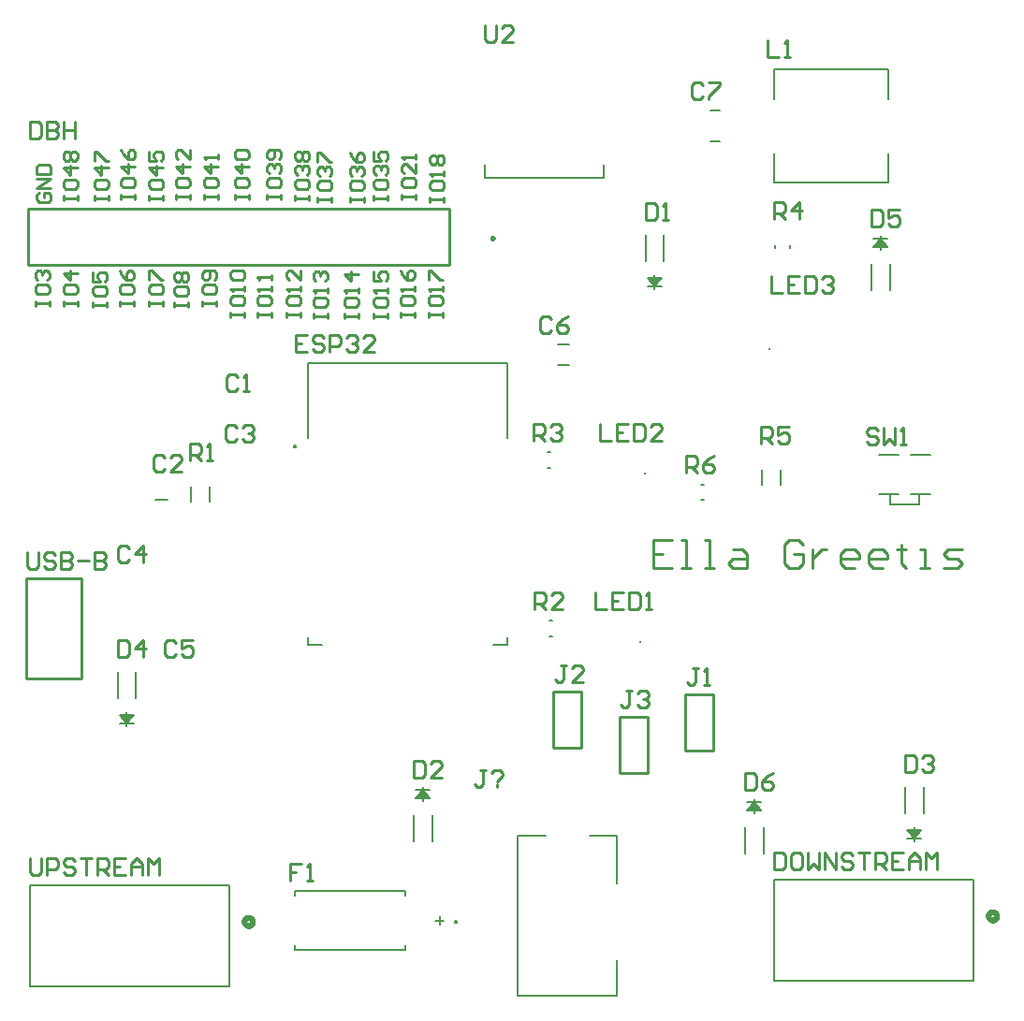
<source format=gbr>
%FSTAX23Y23*%
%MOMM*%
%SFA1B1*%

%IPPOS*%
%ADD10C,0.507999*%
%ADD11C,0.200000*%
%ADD12C,0.250000*%
%ADD13C,0.100000*%
%ADD14C,0.152400*%
%ADD15C,0.253999*%
%ADD16C,0.127000*%
%LNpcb1_legend_top-1*%
%LPD*%
G54D10*
X21336Y06985D02*
D01*
X21335Y07011*
X21332Y07038*
X21327Y07064*
X21321Y0709*
X21313Y07115*
X21303Y07139*
X21291Y07163*
X21278Y07186*
X21263Y07208*
X21246Y07229*
X21229Y07249*
X21209Y07268*
X21189Y07285*
X21168Y073*
X21145Y07314*
X21122Y07327*
X21097Y07338*
X21072Y07347*
X21047Y07354*
X21021Y0736*
X20994Y07363*
X20968Y07365*
X20941*
X20915Y07363*
X20888Y0736*
X20862Y07354*
X20837Y07347*
X20812Y07338*
X20787Y07327*
X20764Y07314*
X20741Y073*
X2072Y07285*
X207Y07268*
X2068Y07249*
X20663Y07229*
X20646Y07208*
X20631Y07186*
X20618Y07163*
X20606Y07139*
X20596Y07115*
X20588Y0709*
X20582Y07064*
X20577Y07038*
X20574Y07011*
X20574Y06985*
X20574Y06958*
X20577Y06931*
X20582Y06905*
X20588Y06879*
X20596Y06854*
X20606Y0683*
X20618Y06806*
X20631Y06783*
X20646Y06761*
X20663Y0674*
X2068Y0672*
X207Y06701*
X2072Y06684*
X20741Y06669*
X20764Y06655*
X20787Y06642*
X20812Y06631*
X20837Y06622*
X20862Y06615*
X20888Y06609*
X20915Y06606*
X20941Y06604*
X20968*
X20994Y06606*
X21021Y06609*
X21047Y06615*
X21072Y06622*
X21097Y06631*
X21122Y06642*
X21145Y06655*
X21168Y06669*
X21189Y06684*
X21209Y06701*
X21229Y0672*
X21246Y0674*
X21263Y06761*
X21278Y06783*
X21291Y06806*
X21303Y0683*
X21313Y06854*
X21321Y06879*
X21327Y06905*
X21332Y06931*
X21335Y06958*
X21336Y06985*
X88646Y07493D02*
D01*
X88645Y07519*
X88642Y07546*
X88637Y07572*
X88631Y07598*
X88623Y07623*
X88613Y07647*
X88601Y07671*
X88588Y07694*
X88573Y07716*
X88556Y07737*
X88539Y07757*
X88519Y07776*
X88499Y07793*
X88478Y07808*
X88455Y07822*
X88432Y07835*
X88407Y07846*
X88382Y07855*
X88357Y07862*
X88331Y07868*
X88304Y07871*
X88278Y07873*
X88251*
X88225Y07871*
X88198Y07868*
X88172Y07862*
X88147Y07855*
X88122Y07846*
X88097Y07835*
X88074Y07822*
X88051Y07808*
X8803Y07793*
X8801Y07776*
X8799Y07757*
X87973Y07737*
X87956Y07716*
X87941Y07694*
X87928Y07671*
X87916Y07647*
X87906Y07623*
X87898Y07598*
X87892Y07572*
X87887Y07546*
X87884Y07519*
X87884Y07493*
X87884Y07466*
X87887Y07439*
X87892Y07413*
X87898Y07387*
X87906Y07362*
X87916Y07338*
X87928Y07314*
X87941Y07291*
X87956Y07269*
X87973Y07248*
X8799Y07228*
X8801Y07209*
X8803Y07192*
X88051Y07177*
X88074Y07163*
X88097Y0715*
X88122Y07139*
X88147Y0713*
X88172Y07123*
X88198Y07117*
X88225Y07114*
X88251Y07112*
X88278*
X88304Y07114*
X88331Y07117*
X88357Y07123*
X88382Y0713*
X88407Y07139*
X88432Y0715*
X88455Y07163*
X88478Y07177*
X88499Y07192*
X88519Y07209*
X88539Y07228*
X88556Y07248*
X88573Y07269*
X88588Y07291*
X88601Y07314*
X88613Y07338*
X88623Y07362*
X88631Y07387*
X88637Y07413*
X88642Y07439*
X88645Y07466*
X88646Y07493*
G54D11*
X39784Y06985D02*
D01*
X39784Y06991*
X39784Y06998*
X39782Y07005*
X39781Y07012*
X39778Y07019*
X39776Y07025*
X39773Y07031*
X39769Y07037*
X39765Y07043*
X39761Y07049*
X39756Y07054*
X39751Y07059*
X39746Y07063*
X3974Y07067*
X39734Y07071*
X39728Y07074*
X39722Y07077*
X39715Y0708*
X39709Y07082*
X39702Y07083*
X39695Y07084*
X39688Y07084*
X39681*
X39674Y07084*
X39667Y07083*
X3966Y07082*
X39654Y0708*
X39647Y07077*
X39641Y07074*
X39634Y07071*
X39629Y07067*
X39623Y07063*
X39618Y07059*
X39613Y07054*
X39608Y07049*
X39604Y07043*
X396Y07037*
X39596Y07031*
X39593Y07025*
X39591Y07019*
X39588Y07012*
X39587Y07005*
X39585Y06998*
X39585Y06991*
X39584Y06985*
X39585Y06978*
X39585Y06971*
X39587Y06964*
X39588Y06957*
X39591Y0695*
X39593Y06944*
X39596Y06938*
X396Y06931*
X39604Y06926*
X39608Y0692*
X39613Y06915*
X39618Y0691*
X39623Y06906*
X39629Y06902*
X39634Y06898*
X39641Y06895*
X39647Y06892*
X39654Y06889*
X3966Y06887*
X39667Y06886*
X39674Y06885*
X39681Y06885*
X39688*
X39695Y06885*
X39702Y06886*
X39709Y06887*
X39715Y06889*
X39722Y06892*
X39728Y06895*
X39734Y06898*
X3974Y06902*
X39746Y06906*
X39751Y0691*
X39756Y06915*
X39761Y0692*
X39765Y06926*
X39769Y06931*
X39773Y06938*
X39776Y06944*
X39778Y0695*
X39781Y06957*
X39782Y06964*
X39784Y06971*
X39784Y06978*
X39784Y06985*
X25218Y50038D02*
D01*
X25218Y50044*
X25218Y50051*
X25216Y50058*
X25215Y50065*
X25212Y50072*
X2521Y50078*
X25207Y50084*
X25203Y5009*
X25199Y50096*
X25195Y50102*
X2519Y50107*
X25185Y50112*
X2518Y50116*
X25174Y5012*
X25168Y50124*
X25162Y50127*
X25156Y5013*
X25149Y50133*
X25143Y50135*
X25136Y50136*
X25129Y50137*
X25122Y50137*
X25115*
X25108Y50137*
X25101Y50136*
X25094Y50135*
X25088Y50133*
X25081Y5013*
X25075Y50127*
X25068Y50124*
X25063Y5012*
X25057Y50116*
X25052Y50112*
X25047Y50107*
X25042Y50102*
X25038Y50096*
X25034Y5009*
X2503Y50084*
X25027Y50078*
X25025Y50072*
X25022Y50065*
X25021Y50058*
X25019Y50051*
X25019Y50044*
X25019Y50038*
X25019Y50031*
X25019Y50024*
X25021Y50017*
X25022Y5001*
X25025Y50003*
X25027Y49997*
X2503Y49991*
X25034Y49984*
X25038Y49979*
X25042Y49973*
X25047Y49968*
X25052Y49963*
X25057Y49959*
X25063Y49955*
X25068Y49951*
X25075Y49948*
X25081Y49945*
X25088Y49942*
X25094Y4994*
X25101Y49939*
X25108Y49938*
X25115Y49938*
X25122*
X25129Y49938*
X25136Y49939*
X25143Y4994*
X25149Y49942*
X25156Y49945*
X25162Y49948*
X25168Y49951*
X25174Y49955*
X2518Y49959*
X25185Y49963*
X2519Y49968*
X25195Y49973*
X25199Y49979*
X25203Y49984*
X25207Y49991*
X2521Y49997*
X25212Y50003*
X25215Y5001*
X25216Y50017*
X25218Y50024*
X25218Y50031*
X25218Y50038*
X1253Y45212D02*
X1363D01*
X78809Y73843D02*
Y76543D01*
X68509Y73843D02*
Y76543D01*
X78809Y81443D02*
Y84143D01*
X68509Y81443D02*
Y84143D01*
Y73843D02*
X78809D01*
X68509Y84143D02*
X78809D01*
X42349Y74283D02*
Y75483D01*
Y74283D02*
X53049D01*
Y75483*
X81563Y44725D02*
Y45725D01*
X78963Y44725D02*
X81563D01*
X78963D02*
Y45725D01*
X77913Y49225D02*
X79713D01*
X80813D02*
X82613D01*
X80813Y45725D02*
X82613D01*
X77913D02*
X79713D01*
G54D12*
X43114Y68834D02*
D01*
X43114Y68842*
X43113Y68851*
X43112Y68859*
X4311Y68868*
X43107Y68876*
X43104Y68884*
X431Y68892*
X43096Y689*
X43091Y68907*
X43085Y68914*
X43079Y6892*
X43073Y68926*
X43066Y68932*
X43059Y68937*
X43052Y68942*
X43044Y68946*
X43036Y68949*
X43028Y68952*
X4302Y68955*
X43011Y68957*
X43003Y68958*
X42994Y68958*
X42985*
X42976Y68958*
X42968Y68957*
X42959Y68955*
X42951Y68952*
X42943Y68949*
X42935Y68946*
X42927Y68942*
X4292Y68937*
X42913Y68932*
X42906Y68926*
X429Y6892*
X42894Y68914*
X42888Y68907*
X42883Y689*
X42879Y68892*
X42875Y68884*
X42872Y68876*
X42869Y68868*
X42867Y68859*
X42866Y68851*
X42865Y68842*
X42864Y68834*
X42865Y68825*
X42866Y68816*
X42867Y68807*
X42869Y68799*
X42872Y68791*
X42875Y68783*
X42879Y68775*
X42883Y68767*
X42888Y6876*
X42894Y68753*
X429Y68747*
X42906Y68741*
X42913Y68735*
X4292Y6873*
X42927Y68725*
X42935Y68721*
X42943Y68718*
X42951Y68715*
X42959Y68712*
X42968Y6871*
X42976Y68709*
X42985Y68709*
X42994*
X43003Y68709*
X43011Y6871*
X4302Y68712*
X43028Y68715*
X43036Y68718*
X43044Y68721*
X43052Y68725*
X43059Y6873*
X43066Y68735*
X43073Y68741*
X43079Y68747*
X43085Y68753*
X43091Y6876*
X43096Y68767*
X431Y68775*
X43104Y68783*
X43107Y68791*
X4311Y68799*
X43112Y68807*
X43113Y68816*
X43114Y68825*
X43114Y68834*
G54D13*
X68089Y58879D02*
D01*
X68089Y58883*
X68089Y58886*
X68088Y5889*
X68088Y58893*
X68086Y58897*
X68085Y589*
X68084Y58903*
X68082Y58906*
X6808Y58909*
X68078Y58912*
X68075Y58914*
X68073Y58917*
X6807Y58919*
X68067Y58921*
X68064Y58923*
X68061Y58924*
X68058Y58926*
X68055Y58927*
X68052Y58928*
X68048Y58929*
X68045Y58929*
X68041Y58929*
X68038*
X68034Y58929*
X68031Y58929*
X68027Y58928*
X68024Y58927*
X68021Y58926*
X68018Y58924*
X68014Y58923*
X68012Y58921*
X68009Y58919*
X68006Y58917*
X68004Y58914*
X68001Y58912*
X67999Y58909*
X67997Y58906*
X67995Y58903*
X67994Y589*
X67993Y58897*
X67991Y58893*
X67991Y5889*
X6799Y58886*
X6799Y58883*
X67989Y58879*
X6799Y58876*
X6799Y58873*
X67991Y58869*
X67991Y58866*
X67993Y58862*
X67994Y58859*
X67995Y58856*
X67997Y58853*
X67999Y5885*
X68001Y58847*
X68004Y58845*
X68006Y58842*
X68009Y5884*
X68012Y58838*
X68014Y58836*
X68018Y58835*
X68021Y58833*
X68024Y58832*
X68027Y58831*
X68031Y5883*
X68034Y5883*
X68038Y5883*
X68041*
X68045Y5883*
X68048Y5883*
X68052Y58831*
X68055Y58832*
X68058Y58833*
X68061Y58835*
X68064Y58836*
X68067Y58838*
X6807Y5884*
X68073Y58842*
X68075Y58845*
X68078Y58847*
X6808Y5885*
X68082Y58853*
X68084Y58856*
X68085Y58859*
X68086Y58862*
X68088Y58866*
X68088Y58869*
X68089Y58873*
X68089Y58876*
X68089Y58879*
X56405Y32352D02*
D01*
X56405Y32356*
X56405Y32359*
X56404Y32363*
X56404Y32366*
X56402Y3237*
X56401Y32373*
X564Y32376*
X56398Y32379*
X56396Y32382*
X56394Y32385*
X56391Y32387*
X56389Y3239*
X56386Y32392*
X56383Y32394*
X5638Y32396*
X56377Y32397*
X56374Y32399*
X56371Y324*
X56368Y32401*
X56364Y32402*
X56361Y32402*
X56357Y32402*
X56354*
X5635Y32402*
X56347Y32402*
X56343Y32401*
X5634Y324*
X56337Y32399*
X56334Y32397*
X5633Y32396*
X56328Y32394*
X56325Y32392*
X56322Y3239*
X5632Y32387*
X56317Y32385*
X56315Y32382*
X56313Y32379*
X56311Y32376*
X5631Y32373*
X56309Y3237*
X56307Y32366*
X56307Y32363*
X56306Y32359*
X56306Y32356*
X56305Y32352*
X56306Y32349*
X56306Y32346*
X56307Y32342*
X56307Y32339*
X56309Y32335*
X5631Y32332*
X56311Y32329*
X56313Y32326*
X56315Y32323*
X56317Y3232*
X5632Y32318*
X56322Y32315*
X56325Y32313*
X56328Y32311*
X5633Y32309*
X56334Y32308*
X56337Y32306*
X5634Y32305*
X56343Y32304*
X56347Y32303*
X5635Y32303*
X56354Y32303*
X56357*
X56361Y32303*
X56364Y32303*
X56368Y32304*
X56371Y32305*
X56374Y32306*
X56377Y32308*
X5638Y32309*
X56383Y32311*
X56386Y32313*
X56389Y32315*
X56391Y32318*
X56394Y3232*
X56396Y32323*
X56398Y32326*
X564Y32329*
X56401Y32332*
X56402Y32335*
X56404Y32339*
X56404Y32342*
X56405Y32346*
X56405Y32349*
X56405Y32352*
X56786Y47592D02*
D01*
X56786Y47596*
X56786Y47599*
X56785Y47603*
X56785Y47606*
X56783Y4761*
X56782Y47613*
X56781Y47616*
X56779Y47619*
X56777Y47622*
X56775Y47625*
X56772Y47627*
X5677Y4763*
X56767Y47632*
X56764Y47634*
X56761Y47636*
X56758Y47637*
X56755Y47639*
X56752Y4764*
X56749Y47641*
X56745Y47642*
X56742Y47642*
X56738Y47642*
X56735*
X56731Y47642*
X56728Y47642*
X56724Y47641*
X56721Y4764*
X56718Y47639*
X56715Y47637*
X56711Y47636*
X56709Y47634*
X56706Y47632*
X56703Y4763*
X56701Y47627*
X56698Y47625*
X56696Y47622*
X56694Y47619*
X56692Y47616*
X56691Y47613*
X5669Y4761*
X56688Y47606*
X56688Y47603*
X56687Y47599*
X56687Y47596*
X56686Y47592*
X56687Y47589*
X56687Y47586*
X56688Y47582*
X56688Y47579*
X5669Y47575*
X56691Y47572*
X56692Y47569*
X56694Y47566*
X56696Y47563*
X56698Y4756*
X56701Y47558*
X56703Y47555*
X56706Y47553*
X56709Y47551*
X56711Y47549*
X56715Y47548*
X56718Y47546*
X56721Y47545*
X56724Y47544*
X56728Y47543*
X56731Y47543*
X56735Y47543*
X56738*
X56742Y47543*
X56745Y47543*
X56749Y47544*
X56752Y47545*
X56755Y47546*
X56758Y47548*
X56761Y47549*
X56764Y47551*
X56767Y47553*
X5677Y47555*
X56772Y47558*
X56775Y4756*
X56777Y47563*
X56779Y47566*
X56781Y47569*
X56782Y47572*
X56783Y47575*
X56785Y47579*
X56785Y47582*
X56786Y47586*
X56786Y47589*
X56786Y47592*
G54D14*
X25107Y0447D02*
Y04874D01*
X37858Y07112D02*
X3862D01*
X38239Y06731D02*
Y07493D01*
X25107Y09753D02*
X3509D01*
X25107Y09349D02*
Y09753D01*
Y0447D02*
X3509D01*
Y04874*
Y09349D02*
Y09753D01*
X66675Y16814D02*
Y18084D01*
X6604Y1783D02*
X6731D01*
X66675D02*
X6731Y17068D01*
X66675Y1783D02*
X67183Y17068D01*
X66675Y1783D02*
X67056Y17068D01*
X66675Y1783D02*
X66929Y17068D01*
X66675Y1783D02*
X66802Y17068D01*
X6604D02*
X66675Y1783D01*
X66167Y17068D02*
X66675Y1783D01*
X66294Y17068D02*
X66675Y1783D01*
X66421Y17068D02*
X66675Y1783D01*
X66548Y17068D02*
X66675Y1783D01*
X6604Y17068D02*
X6731D01*
X65849Y13169D02*
Y15532D01*
X675Y13169D02*
Y15532D01*
X78105Y67824D02*
Y69094D01*
X7747Y6884D02*
X7874D01*
X78105D02*
X7874Y68078D01*
X78105Y6884D02*
X78613Y68078D01*
X78105Y6884D02*
X78486Y68078D01*
X78105Y6884D02*
X78359Y68078D01*
X78105Y6884D02*
X78232Y68078D01*
X7747D02*
X78105Y6884D01*
X77597Y68078D02*
X78105Y6884D01*
X77724Y68078D02*
X78105Y6884D01*
X77851Y68078D02*
X78105Y6884D01*
X77978Y68078D02*
X78105Y6884D01*
X7747Y68078D02*
X7874D01*
X77279Y64179D02*
Y66541D01*
X7893Y64179D02*
Y66541D01*
X09906Y24714D02*
Y25984D01*
X09271Y24968D02*
X10541D01*
X09271Y2573D02*
X09906Y24968D01*
X09398Y2573D02*
X09906Y24968D01*
X09525Y2573D02*
X09906Y24968D01*
X09652Y2573D02*
X09906Y24968D01*
X09779Y2573D02*
X09906Y24968D01*
X10541Y2573*
X09906Y24968D02*
X10414Y2573D01*
X09906Y24968D02*
X10287Y2573D01*
X09906Y24968D02*
X1016Y2573D01*
X09906Y24968D02*
X10033Y2573D01*
X09271D02*
X10541D01*
X10731Y27266D02*
Y29629D01*
X0908Y27266D02*
Y29629D01*
X81153Y143D02*
Y1557D01*
X80518Y14554D02*
X81788D01*
X80518Y15316D02*
X81153Y14554D01*
X80645Y15316D02*
X81153Y14554D01*
X80772Y15316D02*
X81153Y14554D01*
X80899Y15316D02*
X81153Y14554D01*
X81026Y15316D02*
X81153Y14554D01*
X81788Y15316*
X81153Y14554D02*
X81661Y15316D01*
X81153Y14554D02*
X81534Y15316D01*
X81153Y14554D02*
X81407Y15316D01*
X81153Y14554D02*
X8128Y15316D01*
X80518D02*
X81788D01*
X81978Y16852D02*
Y19215D01*
X80327Y16852D02*
Y19215D01*
X36703Y17957D02*
Y19227D01*
X36068Y18973D02*
X37338D01*
X36703D02*
X37338Y18211D01*
X36703Y18973D02*
X37211Y18211D01*
X36703Y18973D02*
X37084Y18211D01*
X36703Y18973D02*
X36957Y18211D01*
X36703Y18973D02*
X3683Y18211D01*
X36068D02*
X36703Y18973D01*
X36195Y18211D02*
X36703Y18973D01*
X36322Y18211D02*
X36703Y18973D01*
X36449Y18211D02*
X36703Y18973D01*
X36576Y18211D02*
X36703Y18973D01*
X36068Y18211D02*
X37338D01*
X35877Y14312D02*
Y16675D01*
X37528Y14312D02*
Y16675D01*
X57658Y64211D02*
Y65481D01*
X57023Y64465D02*
X58293D01*
X57023Y65227D02*
X57658Y64465D01*
X5715Y65227D02*
X57658Y64465D01*
X57277Y65227D02*
X57658Y64465D01*
X57404Y65227D02*
X57658Y64465D01*
X57531Y65227D02*
X57658Y64465D01*
X58293Y65227*
X57658Y64465D02*
X58166Y65227D01*
X57658Y64465D02*
X58039Y65227D01*
X57658Y64465D02*
X57912Y65227D01*
X57658Y64465D02*
X57785Y65227D01*
X57023D02*
X58293D01*
X58483Y66763D02*
Y69126D01*
X56832Y66763D02*
Y69126D01*
X19177Y01143D02*
Y10287D01*
X01143Y01143D02*
X19177D01*
X01143D02*
Y10287D01*
X19177*
X86487Y01651D02*
Y10795D01*
X68453Y01651D02*
X86487D01*
X68453D02*
Y10795D01*
X86487*
G54D15*
X48514Y22733D02*
X51054D01*
X48514Y27813D02*
X51054D01*
X48514Y22733D02*
Y27813D01*
X51054Y22733D02*
Y27813D01*
X39116Y66421D02*
Y71501D01*
X01016Y66421D02*
Y71501D01*
X39116*
X01016Y66421D02*
X39116D01*
X00785Y38042D02*
X05785D01*
X00785Y29042D02*
X05785D01*
Y38042*
X00785Y29042D02*
Y38042D01*
X60452Y22479D02*
X62992D01*
X60452Y27559D02*
X62992D01*
X60452Y22479D02*
Y27559D01*
X62992Y22479D02*
Y27559D01*
X54483Y20447D02*
X57023D01*
X54483Y25527D02*
X57023D01*
X54483Y20447D02*
Y25527D01*
X57023Y20447D02*
Y25527D01*
X06985Y72263D02*
Y72686D01*
Y72474*
X08255*
Y72263*
Y72686*
X06985Y73955D02*
Y73532D01*
X07196Y7332*
X08043*
X08255Y73532*
Y73955*
X08043Y74167*
X07196*
X06985Y73955*
X08255Y75225D02*
X06985D01*
X0762Y7459*
Y75436*
X06985Y7586D02*
Y76706D01*
X07196*
X08043Y7586*
X08255*
X09398Y7239D02*
Y72813D01*
Y72601*
X10668*
Y7239*
Y72813*
X09398Y74082D02*
Y73659D01*
X09609Y73447*
X10456*
X10668Y73659*
Y74082*
X10456Y74294*
X09609*
X09398Y74082*
X10668Y75352D02*
X09398D01*
X10033Y74717*
Y75563*
X09398Y76833D02*
X09609Y7641D01*
X10033Y75987*
X10456*
X10668Y76198*
Y76621*
X10456Y76833*
X10244*
X10033Y76621*
Y75987*
X11938Y72263D02*
Y72686D01*
Y72474*
X13208*
Y72263*
Y72686*
X11938Y73955D02*
Y73532D01*
X12149Y7332*
X12996*
X13208Y73532*
Y73955*
X12996Y74167*
X12149*
X11938Y73955*
X13208Y75225D02*
X11938D01*
X12573Y7459*
Y75436*
X11938Y76706D02*
Y7586D01*
X12573*
X12361Y76283*
Y76494*
X12573Y76706*
X12996*
X13208Y76494*
Y76071*
X12996Y7586*
X14351Y7239D02*
Y72813D01*
Y72601*
X15621*
Y7239*
Y72813*
X14351Y74082D02*
Y73659D01*
X14562Y73447*
X15409*
X15621Y73659*
Y74082*
X15409Y74294*
X14562*
X14351Y74082*
X15621Y75352D02*
X14351D01*
X14986Y74717*
Y75563*
X15621Y76833D02*
Y75987D01*
X14774Y76833*
X14562*
X14351Y76621*
Y76198*
X14562Y75987*
X16891Y7239D02*
Y72813D01*
Y72601*
X18161*
Y7239*
Y72813*
X16891Y74082D02*
Y73659D01*
X17102Y73447*
X17949*
X18161Y73659*
Y74082*
X17949Y74294*
X17102*
X16891Y74082*
X18161Y75352D02*
X16891D01*
X17526Y74717*
Y75563*
X18161Y75987D02*
Y7641D01*
Y76198*
X16891*
X17102Y75987*
X19685Y7239D02*
Y72813D01*
Y72601*
X20955*
Y7239*
Y72813*
X19685Y74082D02*
Y73659D01*
X19896Y73447*
X20743*
X20955Y73659*
Y74082*
X20743Y74294*
X19896*
X19685Y74082*
X20955Y75352D02*
X19685D01*
X2032Y74717*
Y75563*
X19896Y75987D02*
X19685Y76198D01*
Y76621*
X19896Y76833*
X20743*
X20955Y76621*
Y76198*
X20743Y75987*
X19896*
X22606Y7239D02*
Y72813D01*
Y72601*
X23876*
Y7239*
Y72813*
X22606Y74082D02*
Y73659D01*
X22817Y73447*
X23664*
X23876Y73659*
Y74082*
X23664Y74294*
X22817*
X22606Y74082*
X22817Y74717D02*
X22606Y74929D01*
Y75352*
X22817Y75563*
X23029*
X23241Y75352*
Y7514*
Y75352*
X23452Y75563*
X23664*
X23876Y75352*
Y74929*
X23664Y74717*
Y75987D02*
X23876Y76198D01*
Y76621*
X23664Y76833*
X22817*
X22606Y76621*
Y76198*
X22817Y75987*
X23029*
X23241Y76198*
Y76833*
X25146Y72263D02*
Y72686D01*
Y72474*
X26416*
Y72263*
Y72686*
X25146Y73955D02*
Y73532D01*
X25357Y7332*
X26204*
X26416Y73532*
Y73955*
X26204Y74167*
X25357*
X25146Y73955*
X25357Y7459D02*
X25146Y74802D01*
Y75225*
X25357Y75436*
X25569*
X25781Y75225*
Y75013*
Y75225*
X25992Y75436*
X26204*
X26416Y75225*
Y74802*
X26204Y7459*
X25357Y7586D02*
X25146Y76071D01*
Y76494*
X25357Y76706*
X25569*
X25781Y76494*
X25992Y76706*
X26204*
X26416Y76494*
Y76071*
X26204Y7586*
X25992*
X25781Y76071*
X25569Y7586*
X25357*
X25781Y76071D02*
Y76494D01*
X27178Y72136D02*
Y72559D01*
Y72347*
X28448*
Y72136*
Y72559*
X27178Y73828D02*
Y73405D01*
X27389Y73193*
X28236*
X28448Y73405*
Y73828*
X28236Y7404*
X27389*
X27178Y73828*
X27389Y74463D02*
X27178Y74675D01*
Y75098*
X27389Y75309*
X27601*
X27813Y75098*
Y74886*
Y75098*
X28024Y75309*
X28236*
X28448Y75098*
Y74675*
X28236Y74463*
X27178Y75733D02*
Y76579D01*
X27389*
X28236Y75733*
X28448*
X30099Y72136D02*
Y72559D01*
Y72347*
X31369*
Y72136*
Y72559*
X30099Y73828D02*
Y73405D01*
X3031Y73193*
X31157*
X31369Y73405*
Y73828*
X31157Y7404*
X3031*
X30099Y73828*
X3031Y74463D02*
X30099Y74675D01*
Y75098*
X3031Y75309*
X30522*
X30734Y75098*
Y74886*
Y75098*
X30945Y75309*
X31157*
X31369Y75098*
Y74675*
X31157Y74463*
X30099Y76579D02*
X3031Y76156D01*
X30734Y75733*
X31157*
X31369Y75944*
Y76367*
X31157Y76579*
X30945*
X30734Y76367*
Y75733*
X32258Y72263D02*
Y72686D01*
Y72474*
X33528*
Y72263*
Y72686*
X32258Y73955D02*
Y73532D01*
X32469Y7332*
X33316*
X33528Y73532*
Y73955*
X33316Y74167*
X32469*
X32258Y73955*
X32469Y7459D02*
X32258Y74802D01*
Y75225*
X32469Y75436*
X32681*
X32893Y75225*
Y75013*
Y75225*
X33104Y75436*
X33316*
X33528Y75225*
Y74802*
X33316Y7459*
X32258Y76706D02*
Y7586D01*
X32893*
X32681Y76283*
Y76494*
X32893Y76706*
X33316*
X33528Y76494*
Y76071*
X33316Y7586*
X34798Y7239D02*
Y72813D01*
Y72601*
X36068*
Y7239*
Y72813*
X34798Y74082D02*
Y73659D01*
X35009Y73447*
X35856*
X36068Y73659*
Y74082*
X35856Y74294*
X35009*
X34798Y74082*
X36068Y75563D02*
Y74717D01*
X35221Y75563*
X35009*
X34798Y75352*
Y74929*
X35009Y74717*
X36068Y75987D02*
Y7641D01*
Y76198*
X34798*
X35009Y75987*
X37338Y72136D02*
Y72559D01*
Y72347*
X38608*
Y72136*
Y72559*
X37338Y73828D02*
Y73405D01*
X37549Y73193*
X38396*
X38608Y73405*
Y73828*
X38396Y7404*
X37549*
X37338Y73828*
X38608Y74463D02*
Y74886D01*
Y74675*
X37338*
X37549Y74463*
Y75521D02*
X37338Y75733D01*
Y76156*
X37549Y76367*
X37761*
X37973Y76156*
X38184Y76367*
X38396*
X38608Y76156*
Y75733*
X38396Y75521*
X38184*
X37973Y75733*
X37761Y75521*
X37549*
X37973Y75733D02*
Y76156D01*
X37211Y61722D02*
Y62145D01*
Y61933*
X38481*
Y61722*
Y62145*
X37211Y63414D02*
Y62991D01*
X37422Y62779*
X38269*
X38481Y62991*
Y63414*
X38269Y63626*
X37422*
X37211Y63414*
X38481Y64049D02*
Y64472D01*
Y64261*
X37211*
X37422Y64049*
X37211Y65107D02*
Y65953D01*
X37422*
X38269Y65107*
X38481*
X34671Y61722D02*
Y62145D01*
Y61933*
X35941*
Y61722*
Y62145*
X34671Y63414D02*
Y62991D01*
X34882Y62779*
X35729*
X35941Y62991*
Y63414*
X35729Y63626*
X34882*
X34671Y63414*
X35941Y64049D02*
Y64472D01*
Y64261*
X34671*
X34882Y64049*
X34671Y65953D02*
X34882Y6553D01*
X35306Y65107*
X35729*
X35941Y65319*
Y65742*
X35729Y65953*
X35517*
X35306Y65742*
Y65107*
X32258Y61595D02*
Y62018D01*
Y61806*
X33528*
Y61595*
Y62018*
X32258Y63287D02*
Y62864D01*
X32469Y62652*
X33316*
X33528Y62864*
Y63287*
X33316Y63499*
X32469*
X32258Y63287*
X33528Y63922D02*
Y64345D01*
Y64134*
X32258*
X32469Y63922*
X32258Y65826D02*
Y6498D01*
X32893*
X32681Y65403*
Y65615*
X32893Y65826*
X33316*
X33528Y65615*
Y65192*
X33316Y6498*
X29591Y61595D02*
Y62018D01*
Y61806*
X30861*
Y61595*
Y62018*
X29591Y63287D02*
Y62864D01*
X29802Y62652*
X30649*
X30861Y62864*
Y63287*
X30649Y63499*
X29802*
X29591Y63287*
X30861Y63922D02*
Y64345D01*
Y64134*
X29591*
X29802Y63922*
X30861Y65615D02*
X29591D01*
X30226Y6498*
Y65826*
X26797Y61595D02*
Y62018D01*
Y61806*
X28067*
Y61595*
Y62018*
X26797Y63287D02*
Y62864D01*
X27008Y62652*
X27855*
X28067Y62864*
Y63287*
X27855Y63499*
X27008*
X26797Y63287*
X28067Y63922D02*
Y64345D01*
Y64134*
X26797*
X27008Y63922*
Y6498D02*
X26797Y65192D01*
Y65615*
X27008Y65826*
X2722*
X27432Y65615*
Y65403*
Y65615*
X27643Y65826*
X27855*
X28067Y65615*
Y65192*
X27855Y6498*
X24384Y61722D02*
Y62145D01*
Y61933*
X25654*
Y61722*
Y62145*
X24384Y63414D02*
Y62991D01*
X24595Y62779*
X25442*
X25654Y62991*
Y63414*
X25442Y63626*
X24595*
X24384Y63414*
X25654Y64049D02*
Y64472D01*
Y64261*
X24384*
X24595Y64049*
X25654Y65953D02*
Y65107D01*
X24807Y65953*
X24595*
X24384Y65742*
Y65319*
X24595Y65107*
X21717Y61722D02*
Y62145D01*
Y61933*
X22987*
Y61722*
Y62145*
X21717Y63414D02*
Y62991D01*
X21928Y62779*
X22775*
X22987Y62991*
Y63414*
X22775Y63626*
X21928*
X21717Y63414*
X22987Y64049D02*
Y64472D01*
Y64261*
X21717*
X21928Y64049*
X22987Y65107D02*
Y6553D01*
Y65319*
X21717*
X21928Y65107*
X19304Y61722D02*
Y62145D01*
Y61933*
X20574*
Y61722*
Y62145*
X19304Y63414D02*
Y62991D01*
X19515Y62779*
X20362*
X20574Y62991*
Y63414*
X20362Y63626*
X19515*
X19304Y63414*
X20574Y64049D02*
Y64472D01*
Y64261*
X19304*
X19515Y64049*
Y65107D02*
X19304Y65319D01*
Y65742*
X19515Y65953*
X20362*
X20574Y65742*
Y65319*
X20362Y65107*
X19515*
X16764Y62738D02*
Y63161D01*
Y62949*
X18034*
Y62738*
Y63161*
X16764Y6443D02*
Y64007D01*
X16975Y63795*
X17822*
X18034Y64007*
Y6443*
X17822Y64642*
X16975*
X16764Y6443*
X17822Y65065D02*
X18034Y65277D01*
Y657*
X17822Y65911*
X16975*
X16764Y657*
Y65277*
X16975Y65065*
X17187*
X17399Y65277*
Y65911*
X14224Y62611D02*
Y63034D01*
Y62822*
X15494*
Y62611*
Y63034*
X14224Y64303D02*
Y6388D01*
X14435Y63668*
X15282*
X15494Y6388*
Y64303*
X15282Y64515*
X14435*
X14224Y64303*
X14435Y64938D02*
X14224Y6515D01*
Y65573*
X14435Y65784*
X14647*
X14859Y65573*
X1507Y65784*
X15282*
X15494Y65573*
Y6515*
X15282Y64938*
X1507*
X14859Y6515*
X14647Y64938*
X14435*
X14859Y6515D02*
Y65573D01*
X11938Y62738D02*
Y63161D01*
Y62949*
X13208*
Y62738*
Y63161*
X11938Y6443D02*
Y64007D01*
X12149Y63795*
X12996*
X13208Y64007*
Y6443*
X12996Y64642*
X12149*
X11938Y6443*
Y65065D02*
Y65911D01*
X12149*
X12996Y65065*
X13208*
X09271Y62738D02*
Y63161D01*
Y62949*
X10541*
Y62738*
Y63161*
X09271Y6443D02*
Y64007D01*
X09482Y63795*
X10329*
X10541Y64007*
Y6443*
X10329Y64642*
X09482*
X09271Y6443*
Y65911D02*
X09482Y65488D01*
X09906Y65065*
X10329*
X10541Y65277*
Y657*
X10329Y65911*
X10117*
X09906Y657*
Y65065*
X06858Y62611D02*
Y63034D01*
Y62822*
X08128*
Y62611*
Y63034*
X06858Y64303D02*
Y6388D01*
X07069Y63668*
X07916*
X08128Y6388*
Y64303*
X07916Y64515*
X07069*
X06858Y64303*
Y65784D02*
Y64938D01*
X07493*
X07281Y65361*
Y65573*
X07493Y65784*
X07916*
X08128Y65573*
Y6515*
X07916Y64938*
X04191Y62738D02*
Y63161D01*
Y62949*
X05461*
Y62738*
Y63161*
X04191Y6443D02*
Y64007D01*
X04402Y63795*
X05249*
X05461Y64007*
Y6443*
X05249Y64642*
X04402*
X04191Y6443*
X05461Y657D02*
X04191D01*
X04826Y65065*
Y65911*
X01651Y62738D02*
Y63161D01*
Y62949*
X02921*
Y62738*
Y63161*
X01651Y6443D02*
Y64007D01*
X01862Y63795*
X02709*
X02921Y64007*
Y6443*
X02709Y64642*
X01862*
X01651Y6443*
X01862Y65065D02*
X01651Y65277D01*
Y657*
X01862Y65911*
X02074*
X02286Y657*
Y65488*
Y657*
X02497Y65911*
X02709*
X02921Y657*
Y65277*
X02709Y65065*
X04191Y72263D02*
Y72686D01*
Y72474*
X05461*
Y72263*
Y72686*
X04191Y73955D02*
Y73532D01*
X04402Y7332*
X05249*
X05461Y73532*
Y73955*
X05249Y74167*
X04402*
X04191Y73955*
X05461Y75225D02*
X04191D01*
X04826Y7459*
Y75436*
X04402Y7586D02*
X04191Y76071D01*
Y76494*
X04402Y76706*
X04614*
X04826Y76494*
X05037Y76706*
X05249*
X05461Y76494*
Y76071*
X05249Y7586*
X05037*
X04826Y76071*
X04614Y7586*
X04402*
X04826Y76071D02*
Y76494D01*
X01989Y72982D02*
X01778Y7277D01*
Y72347*
X01989Y72136*
X02836*
X03048Y72347*
Y7277*
X02836Y72982*
X02413*
Y72559*
X03048Y73405D02*
X01778D01*
X03048Y74251*
X01778*
Y74675D02*
X03048D01*
Y75309*
X02836Y75521*
X01989*
X01778Y75309*
Y74675*
X59223Y41528D02*
X57531D01*
Y38989*
X59223*
X57531Y40258D02*
X58377D01*
X6007Y38989D02*
X60916D01*
X60493*
Y41528*
X6007*
X62186Y38989D02*
X63032D01*
X62609*
Y41528*
X62186*
X64725Y40681D02*
X65571D01*
X65994Y40258*
Y38989*
X64725*
X64302Y39412*
X64725Y39835*
X65994*
X71073Y41104D02*
X7065Y41528D01*
X69803*
X6938Y41104*
Y39412*
X69803Y38989*
X7065*
X71073Y39412*
Y40258*
X70226*
X71919Y40681D02*
Y38989D01*
Y39835*
X72342Y40258*
X72766Y40681*
X73189*
X75728Y38989D02*
X74882D01*
X74458Y39412*
Y40258*
X74882Y40681*
X75728*
X76151Y40258*
Y39835*
X74458*
X78267Y38989D02*
X77421D01*
X76997Y39412*
Y40258*
X77421Y40681*
X78267*
X7869Y40258*
Y39835*
X76997*
X7996Y41104D02*
Y40681D01*
X79537*
X80383*
X7996*
Y39412*
X80383Y38989*
X81653D02*
X82499D01*
X82076*
Y40681*
X81653*
X83769Y38989D02*
X85038D01*
X85461Y39412*
X85038Y39835*
X84192*
X83769Y40258*
X84192Y40681*
X85461*
X49656Y30225D02*
X49148D01*
X49402*
Y28955*
X49148Y28702*
X48894*
X48641Y28955*
X5118Y28702D02*
X50164D01*
X5118Y29717*
Y29971*
X50926Y30225*
X50418*
X50164Y29971*
X62001Y82701D02*
X61747Y82955D01*
X61239*
X60985Y82701*
Y81686*
X61239Y81432*
X61747*
X62001Y81686*
X62508Y82955D02*
X63524D01*
Y82701*
X62508Y81686*
Y81432*
X13334Y49021D02*
X1308Y49275D01*
X12572*
X12319Y49021*
Y48005*
X12572Y47752*
X1308*
X13334Y48005*
X14858Y47752D02*
X13842D01*
X14858Y48767*
Y49021*
X14604Y49275*
X14096*
X13842Y49021*
X48285Y61543D02*
X48031Y61797D01*
X47523*
X47269Y61543*
Y60528*
X47523Y60274*
X48031*
X48285Y60528*
X49808Y61797D02*
X493Y61543D01*
X48792Y61035*
Y60528*
X49046Y60274*
X49554*
X49808Y60528*
Y60781*
X49554Y61035*
X48792*
X19964Y56235D02*
X1971Y56489D01*
X19202*
X18948Y56235*
Y55219*
X19202Y54965*
X1971*
X19964Y55219*
X20471Y54965D02*
X20979D01*
X20725*
Y56489*
X20471Y56235*
X67919Y86715D02*
Y85191D01*
X68935*
X69443D02*
X6995D01*
X69696*
Y86715*
X69443Y86461*
X1435Y32257D02*
X14096Y32511D01*
X13588*
X13335Y32257*
Y31241*
X13588Y30988*
X14096*
X1435Y31241*
X15874Y32511D02*
X14858D01*
Y31749*
X15366Y32003*
X1562*
X15874Y31749*
Y31241*
X1562Y30988*
X15112*
X14858Y31241*
X10159Y40817D02*
X09905Y41071D01*
X09397*
X09144Y40817*
Y39801*
X09397Y39547*
X09905*
X10159Y39801*
X11429Y39547D02*
Y41071D01*
X10667Y40309*
X11683*
X19887Y51688D02*
X19633Y51942D01*
X19126*
X18872Y51688*
Y50672*
X19126Y50419*
X19633*
X19887Y50672*
X20395Y51688D02*
X20649Y51942D01*
X21157*
X21411Y51688*
Y51434*
X21157Y5118*
X20903*
X21157*
X21411Y50926*
Y50672*
X21157Y50419*
X20649*
X20395Y50672*
X60528Y47599D02*
Y49123D01*
X61289*
X61543Y48869*
Y48361*
X61289Y48107*
X60528*
X61035D02*
X61543Y47599D01*
X63067Y49123D02*
X62559Y48869D01*
X62051Y48361*
Y47853*
X62305Y47599*
X62813*
X63067Y47853*
Y48107*
X62813Y48361*
X62051*
X42341Y88086D02*
Y86817D01*
X42595Y86563*
X43103*
X43357Y86817*
Y88086*
X4488Y86563D02*
X43865D01*
X4488Y87578*
Y87832*
X44627Y88086*
X44119*
X43865Y87832*
X00914Y40461D02*
Y39192D01*
X01168Y38938*
X01676*
X0193Y39192*
Y40461*
X03453Y40207D02*
X03199Y40461D01*
X02691*
X02437Y40207*
Y39953*
X02691Y39699*
X03199*
X03453Y39445*
Y39192*
X03199Y38938*
X02691*
X02437Y39192*
X03961Y40461D02*
Y38938D01*
X04723*
X04977Y39192*
Y39445*
X04723Y39699*
X03961*
X04723*
X04977Y39953*
Y40207*
X04723Y40461*
X03961*
X05484Y39699D02*
X065D01*
X07008Y40461D02*
Y38938D01*
X0777*
X08024Y39192*
Y39445*
X0777Y39699*
X07008*
X0777*
X08024Y39953*
Y40207*
X0777Y40461*
X07008*
X80365Y22097D02*
Y20574D01*
X81127*
X81381Y20827*
Y21843*
X81127Y22097*
X80365*
X81889Y21843D02*
X82142Y22097D01*
X8265*
X82904Y21843*
Y21589*
X8265Y21335*
X82396*
X8265*
X82904Y21081*
Y20827*
X8265Y20574*
X82142*
X81889Y20827*
X46685Y5052D02*
Y52044D01*
X47446*
X477Y5179*
Y51282*
X47446Y51028*
X46685*
X47192D02*
X477Y5052D01*
X48208Y5179D02*
X48462Y52044D01*
X4897*
X49224Y5179*
Y51536*
X4897Y51282*
X48716*
X4897*
X49224Y51028*
Y50774*
X4897Y5052*
X48462*
X48208Y50774*
X46812Y3528D02*
Y36804D01*
X47573*
X47827Y3655*
Y36042*
X47573Y35788*
X46812*
X47319D02*
X47827Y3528D01*
X49351D02*
X48335D01*
X49351Y36296*
Y3655*
X49097Y36804*
X48589*
X48335Y3655*
X68478Y70586D02*
Y7211D01*
X6924*
X69494Y71856*
Y71348*
X6924Y71094*
X68478*
X68986D02*
X69494Y70586D01*
X70763D02*
Y7211D01*
X70001Y71348*
X71017*
X68199Y65429D02*
Y63906D01*
X69214*
X70738Y65429D02*
X69722D01*
Y63906*
X70738*
X69722Y64668D02*
X7023D01*
X71245Y65429D02*
Y63906D01*
X72007*
X72261Y6416*
Y65175*
X72007Y65429*
X71245*
X72769Y65175D02*
X73023Y65429D01*
X73531*
X73785Y65175*
Y64922*
X73531Y64668*
X73277*
X73531*
X73785Y64414*
Y6416*
X73531Y63906*
X73023*
X72769Y6416*
X52705Y52018D02*
Y50495D01*
X5372*
X55244Y52018D02*
X54228D01*
Y50495*
X55244*
X54228Y51256D02*
X54736D01*
X55751Y52018D02*
Y50495D01*
X56513*
X56767Y50749*
Y51764*
X56513Y52018*
X55751*
X58291Y50495D02*
X57275D01*
X58291Y5151*
Y51764*
X58037Y52018*
X57529*
X57275Y51764*
X52324Y36778D02*
Y35255D01*
X53339*
X54863Y36778D02*
X53847D01*
Y35255*
X54863*
X53847Y36016D02*
X54355D01*
X5537Y36778D02*
Y35255D01*
X56132*
X56386Y35509*
Y36524*
X56132Y36778*
X5537*
X56894Y35255D02*
X57402D01*
X57148*
Y36778*
X56894Y36524*
X61594Y29971D02*
X61086D01*
X6134*
Y28701*
X61086Y28448*
X60832*
X60579Y28701*
X62102Y28448D02*
X6261D01*
X62356*
Y29971*
X62102Y29717*
X55625Y27939D02*
X55117D01*
X55371*
Y26669*
X55117Y26416*
X54863*
X5461Y26669*
X56133Y27685D02*
X56387Y27939D01*
X56895*
X57149Y27685*
Y27431*
X56895Y27177*
X56641*
X56895*
X57149Y26923*
Y26669*
X56895Y26416*
X56387*
X56133Y26669*
X01143Y79374D02*
Y77851D01*
X01904*
X02158Y78104*
Y7912*
X01904Y79374*
X01143*
X02666D02*
Y77851D01*
X03428*
X03682Y78104*
Y78358*
X03428Y78612*
X02666*
X03428*
X03682Y78866*
Y7912*
X03428Y79374*
X02666*
X04189D02*
Y77851D01*
Y78612*
X05205*
Y79374*
Y77851*
X77317Y71449D02*
Y69926D01*
X78079*
X78333Y7018*
Y71195*
X78079Y71449*
X77317*
X79856D02*
X78841D01*
Y70687*
X79348Y70941*
X79602*
X79856Y70687*
Y7018*
X79602Y69926*
X79094*
X78841Y7018*
X35915Y21589D02*
Y20066D01*
X36677*
X36931Y20319*
Y21335*
X36677Y21589*
X35915*
X38454Y20066D02*
X37439D01*
X38454Y21081*
Y21335*
X382Y21589*
X37692*
X37439Y21335*
X56896Y72008D02*
Y70485D01*
X57657*
X57911Y70738*
Y71754*
X57657Y72008*
X56896*
X58419Y70485D02*
X58927D01*
X58673*
Y72008*
X58419Y71754*
X09144Y32511D02*
Y30988D01*
X09905*
X10159Y31241*
Y32257*
X09905Y32511*
X09144*
X11429Y30988D02*
Y32511D01*
X10667Y31749*
X11683*
X65887Y20446D02*
Y18923D01*
X66649*
X66903Y19176*
Y20192*
X66649Y20446*
X65887*
X68426D02*
X67918Y20192D01*
X67411Y19684*
Y19176*
X67664Y18923*
X68172*
X68426Y19176*
Y1943*
X68172Y19684*
X67411*
X01193Y12775D02*
Y11506D01*
X01447Y11252*
X01955*
X02209Y11506*
Y12775*
X02717Y11252D02*
Y12775D01*
X03479*
X03732Y12521*
Y12013*
X03479Y11759*
X02717*
X05256Y12521D02*
X05002Y12775D01*
X04494*
X0424Y12521*
Y12267*
X04494Y12013*
X05002*
X05256Y11759*
Y11506*
X05002Y11252*
X04494*
X0424Y11506*
X05764Y12775D02*
X06779D01*
X06272*
Y11252*
X07287D02*
Y12775D01*
X08049*
X08303Y12521*
Y12013*
X08049Y11759*
X07287*
X07795D02*
X08303Y11252D01*
X09826Y12775D02*
X08811D01*
Y11252*
X09826*
X08811Y12013D02*
X09319D01*
X10334Y11252D02*
Y12267D01*
X10842Y12775*
X1135Y12267*
Y11252*
Y12013*
X10334*
X11858Y11252D02*
Y12775D01*
X12366Y12267*
X12873Y12775*
Y11252*
X6731Y50241D02*
Y51764D01*
X68071*
X68325Y5151*
Y51002*
X68071Y50748*
X6731*
X67817D02*
X68325Y50241D01*
X69849Y51764D02*
X68833D01*
Y51002*
X69341Y51256*
X69595*
X69849Y51002*
Y50495*
X69595Y50241*
X69087*
X68833Y50495*
X42418Y207D02*
X4191D01*
X42164*
Y19431*
X4191Y19177*
X41656*
X41402Y19431*
X42925Y20446D02*
X43179Y207D01*
X43687*
X43941Y20446*
Y20192*
X43433Y19685*
Y19431D02*
Y19177D01*
X68503Y13283D02*
Y1176D01*
X69265*
X69519Y12014*
Y13029*
X69265Y13283*
X68503*
X70789D02*
X70281D01*
X70027Y13029*
Y12014*
X70281Y1176*
X70789*
X71042Y12014*
Y13029*
X70789Y13283*
X7155D02*
Y1176D01*
X72058Y12267*
X72566Y1176*
Y13283*
X73074Y1176D02*
Y13283D01*
X74089Y1176*
Y13283*
X75613Y13029D02*
X75359Y13283D01*
X74851*
X74597Y13029*
Y12775*
X74851Y12521*
X75359*
X75613Y12267*
Y12014*
X75359Y1176*
X74851*
X74597Y12014*
X76121Y13283D02*
X77136D01*
X76629*
Y1176*
X77644D02*
Y13283D01*
X78406*
X7866Y13029*
Y12521*
X78406Y12267*
X77644*
X78152D02*
X7866Y1176D01*
X80183Y13283D02*
X79168D01*
Y1176*
X80183*
X79168Y12521D02*
X79676D01*
X80691Y1176D02*
Y12775D01*
X81199Y13283*
X81707Y12775*
Y1176*
Y12521*
X80691*
X82215Y1176D02*
Y13283D01*
X82723Y12775*
X8323Y13283*
Y1176*
X77901Y51485D02*
X77647Y51739D01*
X77139*
X76885Y51485*
Y51231*
X77139Y50977*
X77647*
X77901Y50723*
Y50469*
X77647Y50215*
X77139*
X76885Y50469*
X78409Y51739D02*
Y50215D01*
X78917Y50723*
X79424Y50215*
Y51739*
X79932Y50215D02*
X8044D01*
X80186*
Y51739*
X79932Y51485*
X15671Y48717D02*
Y5024D01*
X16433*
X16687Y49986*
Y49478*
X16433Y49224*
X15671*
X16179D02*
X16687Y48717D01*
X17195D02*
X17703D01*
X17449*
Y5024*
X17195Y49986*
X25729Y12242D02*
X24714D01*
Y1148*
X25221*
X24714*
Y10718*
X26237D02*
X26745D01*
X26491*
Y12242*
X26237Y11988*
X26187Y60095D02*
X25171D01*
Y58572*
X26187*
X25171Y59334D02*
X25679D01*
X2771Y59841D02*
X27456Y60095D01*
X26948*
X26694Y59841*
Y59588*
X26948Y59334*
X27456*
X2771Y5908*
Y58826*
X27456Y58572*
X26948*
X26694Y58826*
X28218Y58572D02*
Y60095D01*
X2898*
X29234Y59841*
Y59334*
X2898Y5908*
X28218*
X29741Y59841D02*
X29995Y60095D01*
X30503*
X30757Y59841*
Y59588*
X30503Y59334*
X30249*
X30503*
X30757Y5908*
Y58826*
X30503Y58572*
X29995*
X29741Y58826*
X32281Y58572D02*
X31265D01*
X32281Y59588*
Y59841*
X32027Y60095*
X31519*
X31265Y59841*
G54D16*
X45279Y00284D02*
Y14794D01*
Y00284D02*
X54279D01*
Y03489*
Y10479D02*
Y14794D01*
X51749D02*
X54279D01*
X45279D02*
X47809D01*
X69048Y46573D02*
Y47913D01*
X67348Y46573D02*
Y47913D01*
X62698Y80393D02*
X63538D01*
X62698Y77593D02*
X63538D01*
X48912Y59242D02*
X49892D01*
X48912Y57342D02*
X49892D01*
X26318Y57527D02*
X44318D01*
Y50807D02*
Y57527D01*
X26318Y50807D02*
Y57527D01*
Y32027D02*
Y32757D01*
Y32027D02*
X27563D01*
X44318D02*
Y32757D01*
X43073Y32027D02*
X44318D01*
X61855Y45146D02*
X62095D01*
X61855Y46546D02*
X62095D01*
X68514Y67997D02*
Y68237D01*
X69914Y67997D02*
Y68237D01*
X48139Y34227D02*
X48379D01*
X48139Y32827D02*
X48379D01*
X48012Y49467D02*
X48252D01*
X48012Y48067D02*
X48252D01*
X15703Y45049D02*
Y46389D01*
X17403Y45049D02*
Y46389D01*
M02*
</source>
